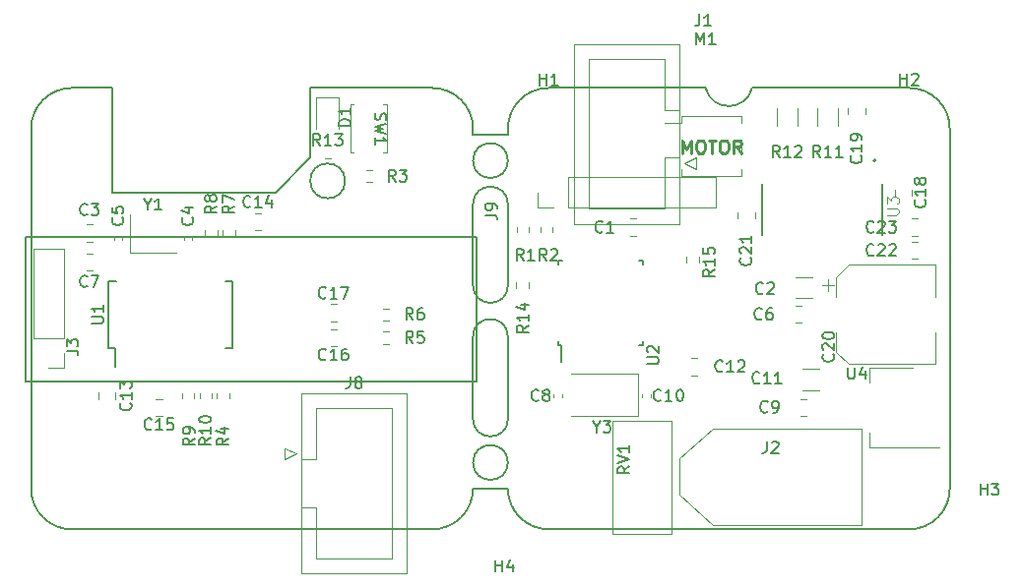
<source format=gbr>
%TF.GenerationSoftware,KiCad,Pcbnew,(5.1.8-0-10_14)*%
%TF.CreationDate,2021-02-10T22:24:42+01:00*%
%TF.ProjectId,ethersweep,65746865-7273-4776-9565-702e6b696361,rev?*%
%TF.SameCoordinates,Original*%
%TF.FileFunction,Legend,Top*%
%TF.FilePolarity,Positive*%
%FSLAX46Y46*%
G04 Gerber Fmt 4.6, Leading zero omitted, Abs format (unit mm)*
G04 Created by KiCad (PCBNEW (5.1.8-0-10_14)) date 2021-02-10 22:24:42*
%MOMM*%
%LPD*%
G01*
G04 APERTURE LIST*
%ADD10C,0.275000*%
%TA.AperFunction,Profile*%
%ADD11C,0.150000*%
%TD*%
%ADD12C,0.150000*%
%ADD13C,0.120000*%
%ADD14C,0.200000*%
%ADD15C,0.127000*%
%ADD16C,0.015000*%
G04 APERTURE END LIST*
D10*
X178511904Y-86597619D02*
X178511904Y-85497619D01*
X178878571Y-86283333D01*
X179245238Y-85497619D01*
X179245238Y-86597619D01*
X179978571Y-85497619D02*
X180188095Y-85497619D01*
X180292857Y-85550000D01*
X180397619Y-85654761D01*
X180450000Y-85864285D01*
X180450000Y-86230952D01*
X180397619Y-86440476D01*
X180292857Y-86545238D01*
X180188095Y-86597619D01*
X179978571Y-86597619D01*
X179873809Y-86545238D01*
X179769047Y-86440476D01*
X179716666Y-86230952D01*
X179716666Y-85864285D01*
X179769047Y-85654761D01*
X179873809Y-85550000D01*
X179978571Y-85497619D01*
X180764285Y-85497619D02*
X181392857Y-85497619D01*
X181078571Y-86597619D02*
X181078571Y-85497619D01*
X181969047Y-85497619D02*
X182178571Y-85497619D01*
X182283333Y-85550000D01*
X182388095Y-85654761D01*
X182440476Y-85864285D01*
X182440476Y-86230952D01*
X182388095Y-86440476D01*
X182283333Y-86545238D01*
X182178571Y-86597619D01*
X181969047Y-86597619D01*
X181864285Y-86545238D01*
X181759523Y-86440476D01*
X181707142Y-86230952D01*
X181707142Y-85864285D01*
X181759523Y-85654761D01*
X181864285Y-85550000D01*
X181969047Y-85497619D01*
X183540476Y-86597619D02*
X183173809Y-86073809D01*
X182911904Y-86597619D02*
X182911904Y-85497619D01*
X183330952Y-85497619D01*
X183435714Y-85550000D01*
X183488095Y-85602380D01*
X183540476Y-85707142D01*
X183540476Y-85864285D01*
X183488095Y-85969047D01*
X183435714Y-86021428D01*
X183330952Y-86073809D01*
X182911904Y-86073809D01*
D11*
X163500000Y-98000000D02*
G75*
G02*
X160500000Y-98000000I-1500000J0D01*
G01*
X160500000Y-91000000D02*
G75*
G02*
X163500000Y-91000000I1500000J0D01*
G01*
X163500000Y-98000000D02*
X163500000Y-91000000D01*
X160500000Y-91000000D02*
X160500000Y-98000000D01*
X160500000Y-102400000D02*
G75*
G02*
X163500000Y-102400000I1500000J0D01*
G01*
X160500000Y-102400000D02*
X160500000Y-109500000D01*
X163500000Y-109500000D02*
X163500000Y-102400000D01*
X163500000Y-109500000D02*
G75*
G02*
X160500000Y-109500000I-1500000J0D01*
G01*
X163500000Y-87250000D02*
G75*
G03*
X163500000Y-87250000I-1500000J0D01*
G01*
X163500000Y-113250000D02*
G75*
G03*
X163500000Y-113250000I-1500000J0D01*
G01*
X160500000Y-84500000D02*
X160500000Y-85000000D01*
X163500000Y-84500000D02*
X163500000Y-85000000D01*
X160500000Y-115500000D02*
X163500000Y-115500000D01*
X163500000Y-85000000D02*
X160500000Y-85000000D01*
X149500000Y-89000000D02*
G75*
G03*
X149500000Y-89000000I-1500000J0D01*
G01*
D12*
X160800000Y-93800000D02*
X160800000Y-106300000D01*
X122000000Y-93800000D02*
X160800000Y-93800000D01*
X122000000Y-106300000D02*
X122000000Y-93800000D01*
X160800000Y-106300000D02*
X122000000Y-106300000D01*
D11*
X129500000Y-90000000D02*
X129500000Y-81000000D01*
X126000000Y-81000000D02*
X129500000Y-81000000D01*
X126000000Y-81000000D02*
G75*
G03*
X122500000Y-84500000I0J-3500000D01*
G01*
X146500000Y-81000000D02*
X157000000Y-81000000D01*
X143500000Y-90000000D02*
X129500000Y-90000000D01*
X146500000Y-87000000D02*
X143500000Y-90000000D01*
X146500000Y-81000000D02*
X146500000Y-87000000D01*
X180500000Y-81000000D02*
X167000000Y-81000000D01*
X184500000Y-81000000D02*
X198000000Y-81000000D01*
X184500000Y-81000000D02*
G75*
G02*
X180500000Y-81000000I-2000000J500000D01*
G01*
X163500000Y-84500000D02*
G75*
G02*
X167000000Y-81000000I3500000J0D01*
G01*
X201500000Y-115500000D02*
G75*
G02*
X198000000Y-119000000I-3500000J0D01*
G01*
X167000000Y-119000000D02*
G75*
G02*
X163500000Y-115500000I0J3500000D01*
G01*
X167000000Y-119000000D02*
X198000000Y-119000000D01*
X198000000Y-81000000D02*
G75*
G02*
X201500000Y-84500000I0J-3500000D01*
G01*
X201500000Y-115500000D02*
X201500000Y-84500000D01*
X122500000Y-115500000D02*
X122500000Y-84500000D01*
X160500000Y-84500000D02*
G75*
G03*
X157000000Y-81000000I-3500000J0D01*
G01*
X157000000Y-119000000D02*
G75*
G03*
X160500000Y-115500000I0J3500000D01*
G01*
X122500000Y-115500000D02*
G75*
G03*
X126000000Y-119000000I3500000J0D01*
G01*
X157000000Y-119000000D02*
X126000000Y-119000000D01*
D13*
X144320000Y-113000000D02*
X145320000Y-112500000D01*
X144320000Y-112000000D02*
X144320000Y-113000000D01*
X145320000Y-112500000D02*
X144320000Y-112000000D01*
X147020000Y-117090000D02*
X145710000Y-117090000D01*
X147020000Y-117090000D02*
X147020000Y-117090000D01*
X147020000Y-121490000D02*
X147020000Y-117090000D01*
X153520000Y-121490000D02*
X147020000Y-121490000D01*
X153520000Y-108590000D02*
X153520000Y-121490000D01*
X147020000Y-108590000D02*
X153520000Y-108590000D01*
X147020000Y-112990000D02*
X147020000Y-108590000D01*
X145710000Y-112990000D02*
X147020000Y-112990000D01*
X145710000Y-122790000D02*
X145710000Y-107290000D01*
X154830000Y-122790000D02*
X145710000Y-122790000D01*
X154830000Y-107290000D02*
X154830000Y-122790000D01*
X145710000Y-107290000D02*
X154830000Y-107290000D01*
X178290000Y-92710000D02*
X169170000Y-92710000D01*
X169170000Y-92710000D02*
X169170000Y-77210000D01*
X169170000Y-77210000D02*
X178290000Y-77210000D01*
X178290000Y-77210000D02*
X178290000Y-92710000D01*
X178290000Y-87010000D02*
X176980000Y-87010000D01*
X176980000Y-87010000D02*
X176980000Y-91410000D01*
X176980000Y-91410000D02*
X170480000Y-91410000D01*
X170480000Y-91410000D02*
X170480000Y-78510000D01*
X170480000Y-78510000D02*
X176980000Y-78510000D01*
X176980000Y-78510000D02*
X176980000Y-82910000D01*
X176980000Y-82910000D02*
X176980000Y-82910000D01*
X176980000Y-82910000D02*
X178290000Y-82910000D01*
X178680000Y-87500000D02*
X179680000Y-88000000D01*
X179680000Y-88000000D02*
X179680000Y-87000000D01*
X179680000Y-87000000D02*
X178680000Y-87500000D01*
X173988748Y-93735000D02*
X174511252Y-93735000D01*
X173988748Y-92265000D02*
X174511252Y-92265000D01*
X127761252Y-94235000D02*
X127238748Y-94235000D01*
X127761252Y-92765000D02*
X127238748Y-92765000D01*
X135640000Y-94107836D02*
X135640000Y-93892164D01*
X136360000Y-94107836D02*
X136360000Y-93892164D01*
X130360000Y-94107836D02*
X130360000Y-93892164D01*
X129640000Y-94107836D02*
X129640000Y-93892164D01*
X188761252Y-101235000D02*
X188238748Y-101235000D01*
X188761252Y-99765000D02*
X188238748Y-99765000D01*
X127761252Y-95265000D02*
X127238748Y-95265000D01*
X127761252Y-96735000D02*
X127238748Y-96735000D01*
X168160000Y-107607836D02*
X168160000Y-107392164D01*
X167440000Y-107607836D02*
X167440000Y-107392164D01*
X189211252Y-107765000D02*
X188688748Y-107765000D01*
X189211252Y-109235000D02*
X188688748Y-109235000D01*
X175760000Y-107392164D02*
X175760000Y-107607836D01*
X175040000Y-107392164D02*
X175040000Y-107607836D01*
X179238748Y-104265000D02*
X179761252Y-104265000D01*
X179238748Y-105735000D02*
X179761252Y-105735000D01*
X128265000Y-107238748D02*
X128265000Y-107761252D01*
X129735000Y-107238748D02*
X129735000Y-107761252D01*
X141738748Y-93235000D02*
X142261252Y-93235000D01*
X141738748Y-91765000D02*
X142261252Y-91765000D01*
X133761252Y-109235000D02*
X133238748Y-109235000D01*
X133761252Y-107765000D02*
X133238748Y-107765000D01*
X148238748Y-103235000D02*
X148761252Y-103235000D01*
X148238748Y-101765000D02*
X148761252Y-101765000D01*
X148238748Y-99620001D02*
X148761252Y-99620001D01*
X148238748Y-101090001D02*
X148761252Y-101090001D01*
X196765000Y-90261252D02*
X196765000Y-89738748D01*
X198235000Y-90261252D02*
X198235000Y-89738748D01*
X192765000Y-83261252D02*
X192765000Y-82738748D01*
X194235000Y-83261252D02*
X194235000Y-82738748D01*
X200260000Y-104760000D02*
X200260000Y-102010000D01*
X200260000Y-96240000D02*
X200260000Y-98990000D01*
X192804437Y-96240000D02*
X200260000Y-96240000D01*
X192804437Y-104760000D02*
X200260000Y-104760000D01*
X191740000Y-103695563D02*
X191740000Y-102010000D01*
X191740000Y-97304437D02*
X191740000Y-98990000D01*
X191740000Y-97304437D02*
X192804437Y-96240000D01*
X191740000Y-103695563D02*
X192804437Y-104760000D01*
X190500000Y-97990000D02*
X191500000Y-97990000D01*
X191000000Y-97490000D02*
X191000000Y-98490000D01*
X184735000Y-92261252D02*
X184735000Y-91738748D01*
X183265000Y-92261252D02*
X183265000Y-91738748D01*
X198238748Y-95735000D02*
X198761252Y-95735000D01*
X198238748Y-94265000D02*
X198761252Y-94265000D01*
X198238748Y-92265000D02*
X198761252Y-92265000D01*
X198238748Y-93735000D02*
X198761252Y-93735000D01*
X148960000Y-84500000D02*
X148960000Y-81815000D01*
X148960000Y-81815000D02*
X147040000Y-81815000D01*
X147040000Y-81815000D02*
X147040000Y-84500000D01*
X125330000Y-94850000D02*
X122670000Y-94850000D01*
X125330000Y-102530000D02*
X125330000Y-94850000D01*
X122670000Y-102530000D02*
X122670000Y-94850000D01*
X125330000Y-102530000D02*
X122670000Y-102530000D01*
X125330000Y-103800000D02*
X125330000Y-105130000D01*
X125330000Y-105130000D02*
X124000000Y-105130000D01*
X178400000Y-83400000D02*
X183600000Y-83400000D01*
X178400000Y-88600000D02*
X183600000Y-88600000D01*
X176960000Y-83970000D02*
X178400000Y-83970000D01*
X178400000Y-83400000D02*
X178400000Y-83970000D01*
X183600000Y-83400000D02*
X183600000Y-83970000D01*
X178400000Y-88030000D02*
X178400000Y-88600000D01*
X183600000Y-88030000D02*
X183600000Y-88600000D01*
X178400000Y-85490000D02*
X178400000Y-86510000D01*
X183600000Y-85490000D02*
X183600000Y-86510000D01*
X139522500Y-107737258D02*
X139522500Y-107262742D01*
X138477500Y-107737258D02*
X138477500Y-107262742D01*
X153237258Y-101977500D02*
X152762742Y-101977500D01*
X153237258Y-103022500D02*
X152762742Y-103022500D01*
X153237258Y-101022500D02*
X152762742Y-101022500D01*
X153237258Y-99977500D02*
X152762742Y-99977500D01*
X138977500Y-93262742D02*
X138977500Y-93737258D01*
X140022500Y-93262742D02*
X140022500Y-93737258D01*
X138522500Y-93262742D02*
X138522500Y-93737258D01*
X137477500Y-93262742D02*
X137477500Y-93737258D01*
X136522500Y-107737258D02*
X136522500Y-107262742D01*
X135477500Y-107737258D02*
X135477500Y-107262742D01*
X136977500Y-107737258D02*
X136977500Y-107262742D01*
X138022500Y-107737258D02*
X138022500Y-107262742D01*
X191910000Y-84227064D02*
X191910000Y-82772936D01*
X190090000Y-84227064D02*
X190090000Y-82772936D01*
X186590000Y-84227064D02*
X186590000Y-82772936D01*
X188410000Y-84227064D02*
X188410000Y-82772936D01*
X148237258Y-87022500D02*
X147762742Y-87022500D01*
X148237258Y-85977500D02*
X147762742Y-85977500D01*
X172470000Y-119425000D02*
X172470000Y-109655000D01*
X177540000Y-119425000D02*
X177540000Y-109655000D01*
X172470000Y-119425000D02*
X177540000Y-119425000D01*
X172470000Y-109655000D02*
X177540000Y-109655000D01*
X149930000Y-86570000D02*
X149930000Y-82430000D01*
X152770000Y-82430000D02*
X153070000Y-82430000D01*
X153070000Y-82430000D02*
X153070000Y-86570000D01*
X150230000Y-86570000D02*
X149930000Y-86570000D01*
X153070000Y-86570000D02*
X152770000Y-86570000D01*
X149930000Y-82430000D02*
X150230000Y-82430000D01*
D12*
X129175000Y-103375000D02*
X129750000Y-103375000D01*
X129175000Y-97625000D02*
X129825000Y-97625000D01*
X139825000Y-97625000D02*
X139175000Y-97625000D01*
X139825000Y-103375000D02*
X139175000Y-103375000D01*
X129175000Y-103375000D02*
X129175000Y-97625000D01*
X139825000Y-103375000D02*
X139825000Y-97625000D01*
X129750000Y-103375000D02*
X129750000Y-104975000D01*
X167875000Y-103125000D02*
X168100000Y-103125000D01*
X167875000Y-95875000D02*
X168200000Y-95875000D01*
X175125000Y-95875000D02*
X174800000Y-95875000D01*
X175125000Y-103125000D02*
X174800000Y-103125000D01*
X167875000Y-103125000D02*
X167875000Y-102800000D01*
X175125000Y-103125000D02*
X175125000Y-102800000D01*
X175125000Y-95875000D02*
X175125000Y-96200000D01*
X167875000Y-95875000D02*
X167875000Y-96200000D01*
X168100000Y-103125000D02*
X168100000Y-104550000D01*
D14*
X195135000Y-87260000D02*
G75*
G03*
X195135000Y-87260000I-100000J0D01*
G01*
D15*
X195670000Y-89300000D02*
X195670000Y-93700000D01*
X185330000Y-89300000D02*
X185330000Y-93700000D01*
D13*
X194590000Y-105090000D02*
X194590000Y-106350000D01*
X194590000Y-111910000D02*
X194590000Y-110650000D01*
X198350000Y-105090000D02*
X194590000Y-105090000D01*
X200600000Y-111910000D02*
X194590000Y-111910000D01*
X131000000Y-91850000D02*
X131000000Y-95150000D01*
X131000000Y-95150000D02*
X135000000Y-95150000D01*
X178250000Y-116050000D02*
X181100000Y-118650000D01*
X181100000Y-110350000D02*
X178250000Y-112900000D01*
X193950000Y-118650000D02*
X193950000Y-110350000D01*
X181100000Y-118650000D02*
X193950000Y-118650000D01*
X178250000Y-112900000D02*
X178250000Y-116050000D01*
X193950000Y-110350000D02*
X181100000Y-110350000D01*
X164227500Y-97762742D02*
X164227500Y-98237258D01*
X165272500Y-97762742D02*
X165272500Y-98237258D01*
X179922500Y-95562742D02*
X179922500Y-96037258D01*
X178877500Y-95562742D02*
X178877500Y-96037258D01*
X166050000Y-91330000D02*
X166050000Y-90000000D01*
X167380000Y-91330000D02*
X166050000Y-91330000D01*
X168650000Y-91330000D02*
X168650000Y-88670000D01*
X168650000Y-88670000D02*
X181410000Y-88670000D01*
X168650000Y-91330000D02*
X181410000Y-91330000D01*
X181410000Y-91330000D02*
X181410000Y-88670000D01*
X164277500Y-93437258D02*
X164277500Y-92962742D01*
X165322500Y-93437258D02*
X165322500Y-92962742D01*
X167322500Y-93437258D02*
X167322500Y-92962742D01*
X166277500Y-93437258D02*
X166277500Y-92962742D01*
X151337742Y-89122500D02*
X151812258Y-89122500D01*
X151337742Y-88077500D02*
X151812258Y-88077500D01*
X174650000Y-105600000D02*
X168900000Y-105600000D01*
X174650000Y-109200000D02*
X174650000Y-105600000D01*
X168900000Y-109200000D02*
X174650000Y-109200000D01*
X189686252Y-99110000D02*
X188263748Y-99110000D01*
X189686252Y-97290000D02*
X188263748Y-97290000D01*
X190286252Y-105190000D02*
X188863748Y-105190000D01*
X190286252Y-107010000D02*
X188863748Y-107010000D01*
D12*
X149936666Y-105852380D02*
X149936666Y-106566666D01*
X149889047Y-106709523D01*
X149793809Y-106804761D01*
X149650952Y-106852380D01*
X149555714Y-106852380D01*
X150555714Y-106280952D02*
X150460476Y-106233333D01*
X150412857Y-106185714D01*
X150365238Y-106090476D01*
X150365238Y-106042857D01*
X150412857Y-105947619D01*
X150460476Y-105900000D01*
X150555714Y-105852380D01*
X150746190Y-105852380D01*
X150841428Y-105900000D01*
X150889047Y-105947619D01*
X150936666Y-106042857D01*
X150936666Y-106090476D01*
X150889047Y-106185714D01*
X150841428Y-106233333D01*
X150746190Y-106280952D01*
X150555714Y-106280952D01*
X150460476Y-106328571D01*
X150412857Y-106376190D01*
X150365238Y-106471428D01*
X150365238Y-106661904D01*
X150412857Y-106757142D01*
X150460476Y-106804761D01*
X150555714Y-106852380D01*
X150746190Y-106852380D01*
X150841428Y-106804761D01*
X150889047Y-106757142D01*
X150936666Y-106661904D01*
X150936666Y-106471428D01*
X150889047Y-106376190D01*
X150841428Y-106328571D01*
X150746190Y-106280952D01*
X179966666Y-74652380D02*
X179966666Y-75366666D01*
X179919047Y-75509523D01*
X179823809Y-75604761D01*
X179680952Y-75652380D01*
X179585714Y-75652380D01*
X180966666Y-75652380D02*
X180395238Y-75652380D01*
X180680952Y-75652380D02*
X180680952Y-74652380D01*
X180585714Y-74795238D01*
X180490476Y-74890476D01*
X180395238Y-74938095D01*
X162438095Y-122652380D02*
X162438095Y-121652380D01*
X162438095Y-122128571D02*
X163009523Y-122128571D01*
X163009523Y-122652380D02*
X163009523Y-121652380D01*
X163914285Y-121985714D02*
X163914285Y-122652380D01*
X163676190Y-121604761D02*
X163438095Y-122319047D01*
X164057142Y-122319047D01*
X204138095Y-116052380D02*
X204138095Y-115052380D01*
X204138095Y-115528571D02*
X204709523Y-115528571D01*
X204709523Y-116052380D02*
X204709523Y-115052380D01*
X205090476Y-115052380D02*
X205709523Y-115052380D01*
X205376190Y-115433333D01*
X205519047Y-115433333D01*
X205614285Y-115480952D01*
X205661904Y-115528571D01*
X205709523Y-115623809D01*
X205709523Y-115861904D01*
X205661904Y-115957142D01*
X205614285Y-116004761D01*
X205519047Y-116052380D01*
X205233333Y-116052380D01*
X205138095Y-116004761D01*
X205090476Y-115957142D01*
X197238095Y-80752380D02*
X197238095Y-79752380D01*
X197238095Y-80228571D02*
X197809523Y-80228571D01*
X197809523Y-80752380D02*
X197809523Y-79752380D01*
X198238095Y-79847619D02*
X198285714Y-79800000D01*
X198380952Y-79752380D01*
X198619047Y-79752380D01*
X198714285Y-79800000D01*
X198761904Y-79847619D01*
X198809523Y-79942857D01*
X198809523Y-80038095D01*
X198761904Y-80180952D01*
X198190476Y-80752380D01*
X198809523Y-80752380D01*
X166238095Y-80752380D02*
X166238095Y-79752380D01*
X166238095Y-80228571D02*
X166809523Y-80228571D01*
X166809523Y-80752380D02*
X166809523Y-79752380D01*
X167809523Y-80752380D02*
X167238095Y-80752380D01*
X167523809Y-80752380D02*
X167523809Y-79752380D01*
X167428571Y-79895238D01*
X167333333Y-79990476D01*
X167238095Y-80038095D01*
X171633333Y-93357142D02*
X171585714Y-93404761D01*
X171442857Y-93452380D01*
X171347619Y-93452380D01*
X171204761Y-93404761D01*
X171109523Y-93309523D01*
X171061904Y-93214285D01*
X171014285Y-93023809D01*
X171014285Y-92880952D01*
X171061904Y-92690476D01*
X171109523Y-92595238D01*
X171204761Y-92500000D01*
X171347619Y-92452380D01*
X171442857Y-92452380D01*
X171585714Y-92500000D01*
X171633333Y-92547619D01*
X172585714Y-93452380D02*
X172014285Y-93452380D01*
X172300000Y-93452380D02*
X172300000Y-92452380D01*
X172204761Y-92595238D01*
X172109523Y-92690476D01*
X172014285Y-92738095D01*
X127333333Y-91857142D02*
X127285714Y-91904761D01*
X127142857Y-91952380D01*
X127047619Y-91952380D01*
X126904761Y-91904761D01*
X126809523Y-91809523D01*
X126761904Y-91714285D01*
X126714285Y-91523809D01*
X126714285Y-91380952D01*
X126761904Y-91190476D01*
X126809523Y-91095238D01*
X126904761Y-91000000D01*
X127047619Y-90952380D01*
X127142857Y-90952380D01*
X127285714Y-91000000D01*
X127333333Y-91047619D01*
X127666666Y-90952380D02*
X128285714Y-90952380D01*
X127952380Y-91333333D01*
X128095238Y-91333333D01*
X128190476Y-91380952D01*
X128238095Y-91428571D01*
X128285714Y-91523809D01*
X128285714Y-91761904D01*
X128238095Y-91857142D01*
X128190476Y-91904761D01*
X128095238Y-91952380D01*
X127809523Y-91952380D01*
X127714285Y-91904761D01*
X127666666Y-91857142D01*
X136357142Y-92166666D02*
X136404761Y-92214285D01*
X136452380Y-92357142D01*
X136452380Y-92452380D01*
X136404761Y-92595238D01*
X136309523Y-92690476D01*
X136214285Y-92738095D01*
X136023809Y-92785714D01*
X135880952Y-92785714D01*
X135690476Y-92738095D01*
X135595238Y-92690476D01*
X135500000Y-92595238D01*
X135452380Y-92452380D01*
X135452380Y-92357142D01*
X135500000Y-92214285D01*
X135547619Y-92166666D01*
X135785714Y-91309523D02*
X136452380Y-91309523D01*
X135404761Y-91547619D02*
X136119047Y-91785714D01*
X136119047Y-91166666D01*
X130357142Y-92166666D02*
X130404761Y-92214285D01*
X130452380Y-92357142D01*
X130452380Y-92452380D01*
X130404761Y-92595238D01*
X130309523Y-92690476D01*
X130214285Y-92738095D01*
X130023809Y-92785714D01*
X129880952Y-92785714D01*
X129690476Y-92738095D01*
X129595238Y-92690476D01*
X129500000Y-92595238D01*
X129452380Y-92452380D01*
X129452380Y-92357142D01*
X129500000Y-92214285D01*
X129547619Y-92166666D01*
X129452380Y-91261904D02*
X129452380Y-91738095D01*
X129928571Y-91785714D01*
X129880952Y-91738095D01*
X129833333Y-91642857D01*
X129833333Y-91404761D01*
X129880952Y-91309523D01*
X129928571Y-91261904D01*
X130023809Y-91214285D01*
X130261904Y-91214285D01*
X130357142Y-91261904D01*
X130404761Y-91309523D01*
X130452380Y-91404761D01*
X130452380Y-91642857D01*
X130404761Y-91738095D01*
X130357142Y-91785714D01*
X185333333Y-100857142D02*
X185285714Y-100904761D01*
X185142857Y-100952380D01*
X185047619Y-100952380D01*
X184904761Y-100904761D01*
X184809523Y-100809523D01*
X184761904Y-100714285D01*
X184714285Y-100523809D01*
X184714285Y-100380952D01*
X184761904Y-100190476D01*
X184809523Y-100095238D01*
X184904761Y-100000000D01*
X185047619Y-99952380D01*
X185142857Y-99952380D01*
X185285714Y-100000000D01*
X185333333Y-100047619D01*
X186190476Y-99952380D02*
X186000000Y-99952380D01*
X185904761Y-100000000D01*
X185857142Y-100047619D01*
X185761904Y-100190476D01*
X185714285Y-100380952D01*
X185714285Y-100761904D01*
X185761904Y-100857142D01*
X185809523Y-100904761D01*
X185904761Y-100952380D01*
X186095238Y-100952380D01*
X186190476Y-100904761D01*
X186238095Y-100857142D01*
X186285714Y-100761904D01*
X186285714Y-100523809D01*
X186238095Y-100428571D01*
X186190476Y-100380952D01*
X186095238Y-100333333D01*
X185904761Y-100333333D01*
X185809523Y-100380952D01*
X185761904Y-100428571D01*
X185714285Y-100523809D01*
X127333333Y-98037142D02*
X127285714Y-98084761D01*
X127142857Y-98132380D01*
X127047619Y-98132380D01*
X126904761Y-98084761D01*
X126809523Y-97989523D01*
X126761904Y-97894285D01*
X126714285Y-97703809D01*
X126714285Y-97560952D01*
X126761904Y-97370476D01*
X126809523Y-97275238D01*
X126904761Y-97180000D01*
X127047619Y-97132380D01*
X127142857Y-97132380D01*
X127285714Y-97180000D01*
X127333333Y-97227619D01*
X127666666Y-97132380D02*
X128333333Y-97132380D01*
X127904761Y-98132380D01*
X166133333Y-107857142D02*
X166085714Y-107904761D01*
X165942857Y-107952380D01*
X165847619Y-107952380D01*
X165704761Y-107904761D01*
X165609523Y-107809523D01*
X165561904Y-107714285D01*
X165514285Y-107523809D01*
X165514285Y-107380952D01*
X165561904Y-107190476D01*
X165609523Y-107095238D01*
X165704761Y-107000000D01*
X165847619Y-106952380D01*
X165942857Y-106952380D01*
X166085714Y-107000000D01*
X166133333Y-107047619D01*
X166704761Y-107380952D02*
X166609523Y-107333333D01*
X166561904Y-107285714D01*
X166514285Y-107190476D01*
X166514285Y-107142857D01*
X166561904Y-107047619D01*
X166609523Y-107000000D01*
X166704761Y-106952380D01*
X166895238Y-106952380D01*
X166990476Y-107000000D01*
X167038095Y-107047619D01*
X167085714Y-107142857D01*
X167085714Y-107190476D01*
X167038095Y-107285714D01*
X166990476Y-107333333D01*
X166895238Y-107380952D01*
X166704761Y-107380952D01*
X166609523Y-107428571D01*
X166561904Y-107476190D01*
X166514285Y-107571428D01*
X166514285Y-107761904D01*
X166561904Y-107857142D01*
X166609523Y-107904761D01*
X166704761Y-107952380D01*
X166895238Y-107952380D01*
X166990476Y-107904761D01*
X167038095Y-107857142D01*
X167085714Y-107761904D01*
X167085714Y-107571428D01*
X167038095Y-107476190D01*
X166990476Y-107428571D01*
X166895238Y-107380952D01*
X185833333Y-108857142D02*
X185785714Y-108904761D01*
X185642857Y-108952380D01*
X185547619Y-108952380D01*
X185404761Y-108904761D01*
X185309523Y-108809523D01*
X185261904Y-108714285D01*
X185214285Y-108523809D01*
X185214285Y-108380952D01*
X185261904Y-108190476D01*
X185309523Y-108095238D01*
X185404761Y-108000000D01*
X185547619Y-107952380D01*
X185642857Y-107952380D01*
X185785714Y-108000000D01*
X185833333Y-108047619D01*
X186309523Y-108952380D02*
X186500000Y-108952380D01*
X186595238Y-108904761D01*
X186642857Y-108857142D01*
X186738095Y-108714285D01*
X186785714Y-108523809D01*
X186785714Y-108142857D01*
X186738095Y-108047619D01*
X186690476Y-108000000D01*
X186595238Y-107952380D01*
X186404761Y-107952380D01*
X186309523Y-108000000D01*
X186261904Y-108047619D01*
X186214285Y-108142857D01*
X186214285Y-108380952D01*
X186261904Y-108476190D01*
X186309523Y-108523809D01*
X186404761Y-108571428D01*
X186595238Y-108571428D01*
X186690476Y-108523809D01*
X186738095Y-108476190D01*
X186785714Y-108380952D01*
X176657142Y-107857142D02*
X176609523Y-107904761D01*
X176466666Y-107952380D01*
X176371428Y-107952380D01*
X176228571Y-107904761D01*
X176133333Y-107809523D01*
X176085714Y-107714285D01*
X176038095Y-107523809D01*
X176038095Y-107380952D01*
X176085714Y-107190476D01*
X176133333Y-107095238D01*
X176228571Y-107000000D01*
X176371428Y-106952380D01*
X176466666Y-106952380D01*
X176609523Y-107000000D01*
X176657142Y-107047619D01*
X177609523Y-107952380D02*
X177038095Y-107952380D01*
X177323809Y-107952380D02*
X177323809Y-106952380D01*
X177228571Y-107095238D01*
X177133333Y-107190476D01*
X177038095Y-107238095D01*
X178228571Y-106952380D02*
X178323809Y-106952380D01*
X178419047Y-107000000D01*
X178466666Y-107047619D01*
X178514285Y-107142857D01*
X178561904Y-107333333D01*
X178561904Y-107571428D01*
X178514285Y-107761904D01*
X178466666Y-107857142D01*
X178419047Y-107904761D01*
X178323809Y-107952380D01*
X178228571Y-107952380D01*
X178133333Y-107904761D01*
X178085714Y-107857142D01*
X178038095Y-107761904D01*
X177990476Y-107571428D01*
X177990476Y-107333333D01*
X178038095Y-107142857D01*
X178085714Y-107047619D01*
X178133333Y-107000000D01*
X178228571Y-106952380D01*
X181957142Y-105357142D02*
X181909523Y-105404761D01*
X181766666Y-105452380D01*
X181671428Y-105452380D01*
X181528571Y-105404761D01*
X181433333Y-105309523D01*
X181385714Y-105214285D01*
X181338095Y-105023809D01*
X181338095Y-104880952D01*
X181385714Y-104690476D01*
X181433333Y-104595238D01*
X181528571Y-104500000D01*
X181671428Y-104452380D01*
X181766666Y-104452380D01*
X181909523Y-104500000D01*
X181957142Y-104547619D01*
X182909523Y-105452380D02*
X182338095Y-105452380D01*
X182623809Y-105452380D02*
X182623809Y-104452380D01*
X182528571Y-104595238D01*
X182433333Y-104690476D01*
X182338095Y-104738095D01*
X183290476Y-104547619D02*
X183338095Y-104500000D01*
X183433333Y-104452380D01*
X183671428Y-104452380D01*
X183766666Y-104500000D01*
X183814285Y-104547619D01*
X183861904Y-104642857D01*
X183861904Y-104738095D01*
X183814285Y-104880952D01*
X183242857Y-105452380D01*
X183861904Y-105452380D01*
X131037142Y-108142857D02*
X131084761Y-108190476D01*
X131132380Y-108333333D01*
X131132380Y-108428571D01*
X131084761Y-108571428D01*
X130989523Y-108666666D01*
X130894285Y-108714285D01*
X130703809Y-108761904D01*
X130560952Y-108761904D01*
X130370476Y-108714285D01*
X130275238Y-108666666D01*
X130180000Y-108571428D01*
X130132380Y-108428571D01*
X130132380Y-108333333D01*
X130180000Y-108190476D01*
X130227619Y-108142857D01*
X131132380Y-107190476D02*
X131132380Y-107761904D01*
X131132380Y-107476190D02*
X130132380Y-107476190D01*
X130275238Y-107571428D01*
X130370476Y-107666666D01*
X130418095Y-107761904D01*
X130132380Y-106857142D02*
X130132380Y-106238095D01*
X130513333Y-106571428D01*
X130513333Y-106428571D01*
X130560952Y-106333333D01*
X130608571Y-106285714D01*
X130703809Y-106238095D01*
X130941904Y-106238095D01*
X131037142Y-106285714D01*
X131084761Y-106333333D01*
X131132380Y-106428571D01*
X131132380Y-106714285D01*
X131084761Y-106809523D01*
X131037142Y-106857142D01*
X141357142Y-91177142D02*
X141309523Y-91224761D01*
X141166666Y-91272380D01*
X141071428Y-91272380D01*
X140928571Y-91224761D01*
X140833333Y-91129523D01*
X140785714Y-91034285D01*
X140738095Y-90843809D01*
X140738095Y-90700952D01*
X140785714Y-90510476D01*
X140833333Y-90415238D01*
X140928571Y-90320000D01*
X141071428Y-90272380D01*
X141166666Y-90272380D01*
X141309523Y-90320000D01*
X141357142Y-90367619D01*
X142309523Y-91272380D02*
X141738095Y-91272380D01*
X142023809Y-91272380D02*
X142023809Y-90272380D01*
X141928571Y-90415238D01*
X141833333Y-90510476D01*
X141738095Y-90558095D01*
X143166666Y-90605714D02*
X143166666Y-91272380D01*
X142928571Y-90224761D02*
X142690476Y-90939047D01*
X143309523Y-90939047D01*
X132857142Y-110357142D02*
X132809523Y-110404761D01*
X132666666Y-110452380D01*
X132571428Y-110452380D01*
X132428571Y-110404761D01*
X132333333Y-110309523D01*
X132285714Y-110214285D01*
X132238095Y-110023809D01*
X132238095Y-109880952D01*
X132285714Y-109690476D01*
X132333333Y-109595238D01*
X132428571Y-109500000D01*
X132571428Y-109452380D01*
X132666666Y-109452380D01*
X132809523Y-109500000D01*
X132857142Y-109547619D01*
X133809523Y-110452380D02*
X133238095Y-110452380D01*
X133523809Y-110452380D02*
X133523809Y-109452380D01*
X133428571Y-109595238D01*
X133333333Y-109690476D01*
X133238095Y-109738095D01*
X134714285Y-109452380D02*
X134238095Y-109452380D01*
X134190476Y-109928571D01*
X134238095Y-109880952D01*
X134333333Y-109833333D01*
X134571428Y-109833333D01*
X134666666Y-109880952D01*
X134714285Y-109928571D01*
X134761904Y-110023809D01*
X134761904Y-110261904D01*
X134714285Y-110357142D01*
X134666666Y-110404761D01*
X134571428Y-110452380D01*
X134333333Y-110452380D01*
X134238095Y-110404761D01*
X134190476Y-110357142D01*
X147857142Y-104357142D02*
X147809523Y-104404761D01*
X147666666Y-104452380D01*
X147571428Y-104452380D01*
X147428571Y-104404761D01*
X147333333Y-104309523D01*
X147285714Y-104214285D01*
X147238095Y-104023809D01*
X147238095Y-103880952D01*
X147285714Y-103690476D01*
X147333333Y-103595238D01*
X147428571Y-103500000D01*
X147571428Y-103452380D01*
X147666666Y-103452380D01*
X147809523Y-103500000D01*
X147857142Y-103547619D01*
X148809523Y-104452380D02*
X148238095Y-104452380D01*
X148523809Y-104452380D02*
X148523809Y-103452380D01*
X148428571Y-103595238D01*
X148333333Y-103690476D01*
X148238095Y-103738095D01*
X149666666Y-103452380D02*
X149476190Y-103452380D01*
X149380952Y-103500000D01*
X149333333Y-103547619D01*
X149238095Y-103690476D01*
X149190476Y-103880952D01*
X149190476Y-104261904D01*
X149238095Y-104357142D01*
X149285714Y-104404761D01*
X149380952Y-104452380D01*
X149571428Y-104452380D01*
X149666666Y-104404761D01*
X149714285Y-104357142D01*
X149761904Y-104261904D01*
X149761904Y-104023809D01*
X149714285Y-103928571D01*
X149666666Y-103880952D01*
X149571428Y-103833333D01*
X149380952Y-103833333D01*
X149285714Y-103880952D01*
X149238095Y-103928571D01*
X149190476Y-104023809D01*
X147857142Y-99032143D02*
X147809523Y-99079762D01*
X147666666Y-99127381D01*
X147571428Y-99127381D01*
X147428571Y-99079762D01*
X147333333Y-98984524D01*
X147285714Y-98889286D01*
X147238095Y-98698810D01*
X147238095Y-98555953D01*
X147285714Y-98365477D01*
X147333333Y-98270239D01*
X147428571Y-98175001D01*
X147571428Y-98127381D01*
X147666666Y-98127381D01*
X147809523Y-98175001D01*
X147857142Y-98222620D01*
X148809523Y-99127381D02*
X148238095Y-99127381D01*
X148523809Y-99127381D02*
X148523809Y-98127381D01*
X148428571Y-98270239D01*
X148333333Y-98365477D01*
X148238095Y-98413096D01*
X149142857Y-98127381D02*
X149809523Y-98127381D01*
X149380952Y-99127381D01*
X199357142Y-90642857D02*
X199404761Y-90690476D01*
X199452380Y-90833333D01*
X199452380Y-90928571D01*
X199404761Y-91071428D01*
X199309523Y-91166666D01*
X199214285Y-91214285D01*
X199023809Y-91261904D01*
X198880952Y-91261904D01*
X198690476Y-91214285D01*
X198595238Y-91166666D01*
X198500000Y-91071428D01*
X198452380Y-90928571D01*
X198452380Y-90833333D01*
X198500000Y-90690476D01*
X198547619Y-90642857D01*
X199452380Y-89690476D02*
X199452380Y-90261904D01*
X199452380Y-89976190D02*
X198452380Y-89976190D01*
X198595238Y-90071428D01*
X198690476Y-90166666D01*
X198738095Y-90261904D01*
X198880952Y-89119047D02*
X198833333Y-89214285D01*
X198785714Y-89261904D01*
X198690476Y-89309523D01*
X198642857Y-89309523D01*
X198547619Y-89261904D01*
X198500000Y-89214285D01*
X198452380Y-89119047D01*
X198452380Y-88928571D01*
X198500000Y-88833333D01*
X198547619Y-88785714D01*
X198642857Y-88738095D01*
X198690476Y-88738095D01*
X198785714Y-88785714D01*
X198833333Y-88833333D01*
X198880952Y-88928571D01*
X198880952Y-89119047D01*
X198928571Y-89214285D01*
X198976190Y-89261904D01*
X199071428Y-89309523D01*
X199261904Y-89309523D01*
X199357142Y-89261904D01*
X199404761Y-89214285D01*
X199452380Y-89119047D01*
X199452380Y-88928571D01*
X199404761Y-88833333D01*
X199357142Y-88785714D01*
X199261904Y-88738095D01*
X199071428Y-88738095D01*
X198976190Y-88785714D01*
X198928571Y-88833333D01*
X198880952Y-88928571D01*
X193857142Y-86842857D02*
X193904761Y-86890476D01*
X193952380Y-87033333D01*
X193952380Y-87128571D01*
X193904761Y-87271428D01*
X193809523Y-87366666D01*
X193714285Y-87414285D01*
X193523809Y-87461904D01*
X193380952Y-87461904D01*
X193190476Y-87414285D01*
X193095238Y-87366666D01*
X193000000Y-87271428D01*
X192952380Y-87128571D01*
X192952380Y-87033333D01*
X193000000Y-86890476D01*
X193047619Y-86842857D01*
X193952380Y-85890476D02*
X193952380Y-86461904D01*
X193952380Y-86176190D02*
X192952380Y-86176190D01*
X193095238Y-86271428D01*
X193190476Y-86366666D01*
X193238095Y-86461904D01*
X193952380Y-85414285D02*
X193952380Y-85223809D01*
X193904761Y-85128571D01*
X193857142Y-85080952D01*
X193714285Y-84985714D01*
X193523809Y-84938095D01*
X193142857Y-84938095D01*
X193047619Y-84985714D01*
X193000000Y-85033333D01*
X192952380Y-85128571D01*
X192952380Y-85319047D01*
X193000000Y-85414285D01*
X193047619Y-85461904D01*
X193142857Y-85509523D01*
X193380952Y-85509523D01*
X193476190Y-85461904D01*
X193523809Y-85414285D01*
X193571428Y-85319047D01*
X193571428Y-85128571D01*
X193523809Y-85033333D01*
X193476190Y-84985714D01*
X193380952Y-84938095D01*
X191457142Y-103942857D02*
X191504761Y-103990476D01*
X191552380Y-104133333D01*
X191552380Y-104228571D01*
X191504761Y-104371428D01*
X191409523Y-104466666D01*
X191314285Y-104514285D01*
X191123809Y-104561904D01*
X190980952Y-104561904D01*
X190790476Y-104514285D01*
X190695238Y-104466666D01*
X190600000Y-104371428D01*
X190552380Y-104228571D01*
X190552380Y-104133333D01*
X190600000Y-103990476D01*
X190647619Y-103942857D01*
X190647619Y-103561904D02*
X190600000Y-103514285D01*
X190552380Y-103419047D01*
X190552380Y-103180952D01*
X190600000Y-103085714D01*
X190647619Y-103038095D01*
X190742857Y-102990476D01*
X190838095Y-102990476D01*
X190980952Y-103038095D01*
X191552380Y-103609523D01*
X191552380Y-102990476D01*
X190552380Y-102371428D02*
X190552380Y-102276190D01*
X190600000Y-102180952D01*
X190647619Y-102133333D01*
X190742857Y-102085714D01*
X190933333Y-102038095D01*
X191171428Y-102038095D01*
X191361904Y-102085714D01*
X191457142Y-102133333D01*
X191504761Y-102180952D01*
X191552380Y-102276190D01*
X191552380Y-102371428D01*
X191504761Y-102466666D01*
X191457142Y-102514285D01*
X191361904Y-102561904D01*
X191171428Y-102609523D01*
X190933333Y-102609523D01*
X190742857Y-102561904D01*
X190647619Y-102514285D01*
X190600000Y-102466666D01*
X190552380Y-102371428D01*
X184357142Y-95642857D02*
X184404761Y-95690476D01*
X184452380Y-95833333D01*
X184452380Y-95928571D01*
X184404761Y-96071428D01*
X184309523Y-96166666D01*
X184214285Y-96214285D01*
X184023809Y-96261904D01*
X183880952Y-96261904D01*
X183690476Y-96214285D01*
X183595238Y-96166666D01*
X183500000Y-96071428D01*
X183452380Y-95928571D01*
X183452380Y-95833333D01*
X183500000Y-95690476D01*
X183547619Y-95642857D01*
X183547619Y-95261904D02*
X183500000Y-95214285D01*
X183452380Y-95119047D01*
X183452380Y-94880952D01*
X183500000Y-94785714D01*
X183547619Y-94738095D01*
X183642857Y-94690476D01*
X183738095Y-94690476D01*
X183880952Y-94738095D01*
X184452380Y-95309523D01*
X184452380Y-94690476D01*
X184452380Y-93738095D02*
X184452380Y-94309523D01*
X184452380Y-94023809D02*
X183452380Y-94023809D01*
X183595238Y-94119047D01*
X183690476Y-94214285D01*
X183738095Y-94309523D01*
X194957142Y-95357142D02*
X194909523Y-95404761D01*
X194766666Y-95452380D01*
X194671428Y-95452380D01*
X194528571Y-95404761D01*
X194433333Y-95309523D01*
X194385714Y-95214285D01*
X194338095Y-95023809D01*
X194338095Y-94880952D01*
X194385714Y-94690476D01*
X194433333Y-94595238D01*
X194528571Y-94500000D01*
X194671428Y-94452380D01*
X194766666Y-94452380D01*
X194909523Y-94500000D01*
X194957142Y-94547619D01*
X195338095Y-94547619D02*
X195385714Y-94500000D01*
X195480952Y-94452380D01*
X195719047Y-94452380D01*
X195814285Y-94500000D01*
X195861904Y-94547619D01*
X195909523Y-94642857D01*
X195909523Y-94738095D01*
X195861904Y-94880952D01*
X195290476Y-95452380D01*
X195909523Y-95452380D01*
X196290476Y-94547619D02*
X196338095Y-94500000D01*
X196433333Y-94452380D01*
X196671428Y-94452380D01*
X196766666Y-94500000D01*
X196814285Y-94547619D01*
X196861904Y-94642857D01*
X196861904Y-94738095D01*
X196814285Y-94880952D01*
X196242857Y-95452380D01*
X196861904Y-95452380D01*
X194957142Y-93357142D02*
X194909523Y-93404761D01*
X194766666Y-93452380D01*
X194671428Y-93452380D01*
X194528571Y-93404761D01*
X194433333Y-93309523D01*
X194385714Y-93214285D01*
X194338095Y-93023809D01*
X194338095Y-92880952D01*
X194385714Y-92690476D01*
X194433333Y-92595238D01*
X194528571Y-92500000D01*
X194671428Y-92452380D01*
X194766666Y-92452380D01*
X194909523Y-92500000D01*
X194957142Y-92547619D01*
X195338095Y-92547619D02*
X195385714Y-92500000D01*
X195480952Y-92452380D01*
X195719047Y-92452380D01*
X195814285Y-92500000D01*
X195861904Y-92547619D01*
X195909523Y-92642857D01*
X195909523Y-92738095D01*
X195861904Y-92880952D01*
X195290476Y-93452380D01*
X195909523Y-93452380D01*
X196242857Y-92452380D02*
X196861904Y-92452380D01*
X196528571Y-92833333D01*
X196671428Y-92833333D01*
X196766666Y-92880952D01*
X196814285Y-92928571D01*
X196861904Y-93023809D01*
X196861904Y-93261904D01*
X196814285Y-93357142D01*
X196766666Y-93404761D01*
X196671428Y-93452380D01*
X196385714Y-93452380D01*
X196290476Y-93404761D01*
X196242857Y-93357142D01*
X149952380Y-84238095D02*
X148952380Y-84238095D01*
X148952380Y-84000000D01*
X149000000Y-83857142D01*
X149095238Y-83761904D01*
X149190476Y-83714285D01*
X149380952Y-83666666D01*
X149523809Y-83666666D01*
X149714285Y-83714285D01*
X149809523Y-83761904D01*
X149904761Y-83857142D01*
X149952380Y-84000000D01*
X149952380Y-84238095D01*
X149952380Y-82714285D02*
X149952380Y-83285714D01*
X149952380Y-83000000D02*
X148952380Y-83000000D01*
X149095238Y-83095238D01*
X149190476Y-83190476D01*
X149238095Y-83285714D01*
X125552380Y-103633333D02*
X126266666Y-103633333D01*
X126409523Y-103680952D01*
X126504761Y-103776190D01*
X126552380Y-103919047D01*
X126552380Y-104014285D01*
X125552380Y-103252380D02*
X125552380Y-102633333D01*
X125933333Y-102966666D01*
X125933333Y-102823809D01*
X125980952Y-102728571D01*
X126028571Y-102680952D01*
X126123809Y-102633333D01*
X126361904Y-102633333D01*
X126457142Y-102680952D01*
X126504761Y-102728571D01*
X126552380Y-102823809D01*
X126552380Y-103109523D01*
X126504761Y-103204761D01*
X126457142Y-103252380D01*
X179690476Y-77252380D02*
X179690476Y-76252380D01*
X180023809Y-76966666D01*
X180357142Y-76252380D01*
X180357142Y-77252380D01*
X181357142Y-77252380D02*
X180785714Y-77252380D01*
X181071428Y-77252380D02*
X181071428Y-76252380D01*
X180976190Y-76395238D01*
X180880952Y-76490476D01*
X180785714Y-76538095D01*
X139452380Y-111166666D02*
X138976190Y-111500000D01*
X139452380Y-111738095D02*
X138452380Y-111738095D01*
X138452380Y-111357142D01*
X138500000Y-111261904D01*
X138547619Y-111214285D01*
X138642857Y-111166666D01*
X138785714Y-111166666D01*
X138880952Y-111214285D01*
X138928571Y-111261904D01*
X138976190Y-111357142D01*
X138976190Y-111738095D01*
X138785714Y-110309523D02*
X139452380Y-110309523D01*
X138404761Y-110547619D02*
X139119047Y-110785714D01*
X139119047Y-110166666D01*
X155333333Y-102952380D02*
X155000000Y-102476190D01*
X154761904Y-102952380D02*
X154761904Y-101952380D01*
X155142857Y-101952380D01*
X155238095Y-102000000D01*
X155285714Y-102047619D01*
X155333333Y-102142857D01*
X155333333Y-102285714D01*
X155285714Y-102380952D01*
X155238095Y-102428571D01*
X155142857Y-102476190D01*
X154761904Y-102476190D01*
X156238095Y-101952380D02*
X155761904Y-101952380D01*
X155714285Y-102428571D01*
X155761904Y-102380952D01*
X155857142Y-102333333D01*
X156095238Y-102333333D01*
X156190476Y-102380952D01*
X156238095Y-102428571D01*
X156285714Y-102523809D01*
X156285714Y-102761904D01*
X156238095Y-102857142D01*
X156190476Y-102904761D01*
X156095238Y-102952380D01*
X155857142Y-102952380D01*
X155761904Y-102904761D01*
X155714285Y-102857142D01*
X155333333Y-100952380D02*
X155000000Y-100476190D01*
X154761904Y-100952380D02*
X154761904Y-99952380D01*
X155142857Y-99952380D01*
X155238095Y-100000000D01*
X155285714Y-100047619D01*
X155333333Y-100142857D01*
X155333333Y-100285714D01*
X155285714Y-100380952D01*
X155238095Y-100428571D01*
X155142857Y-100476190D01*
X154761904Y-100476190D01*
X156190476Y-99952380D02*
X156000000Y-99952380D01*
X155904761Y-100000000D01*
X155857142Y-100047619D01*
X155761904Y-100190476D01*
X155714285Y-100380952D01*
X155714285Y-100761904D01*
X155761904Y-100857142D01*
X155809523Y-100904761D01*
X155904761Y-100952380D01*
X156095238Y-100952380D01*
X156190476Y-100904761D01*
X156238095Y-100857142D01*
X156285714Y-100761904D01*
X156285714Y-100523809D01*
X156238095Y-100428571D01*
X156190476Y-100380952D01*
X156095238Y-100333333D01*
X155904761Y-100333333D01*
X155809523Y-100380952D01*
X155761904Y-100428571D01*
X155714285Y-100523809D01*
X139952380Y-91166666D02*
X139476190Y-91500000D01*
X139952380Y-91738095D02*
X138952380Y-91738095D01*
X138952380Y-91357142D01*
X139000000Y-91261904D01*
X139047619Y-91214285D01*
X139142857Y-91166666D01*
X139285714Y-91166666D01*
X139380952Y-91214285D01*
X139428571Y-91261904D01*
X139476190Y-91357142D01*
X139476190Y-91738095D01*
X138952380Y-90833333D02*
X138952380Y-90166666D01*
X139952380Y-90595238D01*
X138452380Y-91166666D02*
X137976190Y-91500000D01*
X138452380Y-91738095D02*
X137452380Y-91738095D01*
X137452380Y-91357142D01*
X137500000Y-91261904D01*
X137547619Y-91214285D01*
X137642857Y-91166666D01*
X137785714Y-91166666D01*
X137880952Y-91214285D01*
X137928571Y-91261904D01*
X137976190Y-91357142D01*
X137976190Y-91738095D01*
X137880952Y-90595238D02*
X137833333Y-90690476D01*
X137785714Y-90738095D01*
X137690476Y-90785714D01*
X137642857Y-90785714D01*
X137547619Y-90738095D01*
X137500000Y-90690476D01*
X137452380Y-90595238D01*
X137452380Y-90404761D01*
X137500000Y-90309523D01*
X137547619Y-90261904D01*
X137642857Y-90214285D01*
X137690476Y-90214285D01*
X137785714Y-90261904D01*
X137833333Y-90309523D01*
X137880952Y-90404761D01*
X137880952Y-90595238D01*
X137928571Y-90690476D01*
X137976190Y-90738095D01*
X138071428Y-90785714D01*
X138261904Y-90785714D01*
X138357142Y-90738095D01*
X138404761Y-90690476D01*
X138452380Y-90595238D01*
X138452380Y-90404761D01*
X138404761Y-90309523D01*
X138357142Y-90261904D01*
X138261904Y-90214285D01*
X138071428Y-90214285D01*
X137976190Y-90261904D01*
X137928571Y-90309523D01*
X137880952Y-90404761D01*
X136552380Y-111166666D02*
X136076190Y-111500000D01*
X136552380Y-111738095D02*
X135552380Y-111738095D01*
X135552380Y-111357142D01*
X135600000Y-111261904D01*
X135647619Y-111214285D01*
X135742857Y-111166666D01*
X135885714Y-111166666D01*
X135980952Y-111214285D01*
X136028571Y-111261904D01*
X136076190Y-111357142D01*
X136076190Y-111738095D01*
X136552380Y-110690476D02*
X136552380Y-110500000D01*
X136504761Y-110404761D01*
X136457142Y-110357142D01*
X136314285Y-110261904D01*
X136123809Y-110214285D01*
X135742857Y-110214285D01*
X135647619Y-110261904D01*
X135600000Y-110309523D01*
X135552380Y-110404761D01*
X135552380Y-110595238D01*
X135600000Y-110690476D01*
X135647619Y-110738095D01*
X135742857Y-110785714D01*
X135980952Y-110785714D01*
X136076190Y-110738095D01*
X136123809Y-110690476D01*
X136171428Y-110595238D01*
X136171428Y-110404761D01*
X136123809Y-110309523D01*
X136076190Y-110261904D01*
X135980952Y-110214285D01*
X137952380Y-111142857D02*
X137476190Y-111476190D01*
X137952380Y-111714285D02*
X136952380Y-111714285D01*
X136952380Y-111333333D01*
X137000000Y-111238095D01*
X137047619Y-111190476D01*
X137142857Y-111142857D01*
X137285714Y-111142857D01*
X137380952Y-111190476D01*
X137428571Y-111238095D01*
X137476190Y-111333333D01*
X137476190Y-111714285D01*
X137952380Y-110190476D02*
X137952380Y-110761904D01*
X137952380Y-110476190D02*
X136952380Y-110476190D01*
X137095238Y-110571428D01*
X137190476Y-110666666D01*
X137238095Y-110761904D01*
X136952380Y-109571428D02*
X136952380Y-109476190D01*
X137000000Y-109380952D01*
X137047619Y-109333333D01*
X137142857Y-109285714D01*
X137333333Y-109238095D01*
X137571428Y-109238095D01*
X137761904Y-109285714D01*
X137857142Y-109333333D01*
X137904761Y-109380952D01*
X137952380Y-109476190D01*
X137952380Y-109571428D01*
X137904761Y-109666666D01*
X137857142Y-109714285D01*
X137761904Y-109761904D01*
X137571428Y-109809523D01*
X137333333Y-109809523D01*
X137142857Y-109761904D01*
X137047619Y-109714285D01*
X137000000Y-109666666D01*
X136952380Y-109571428D01*
X190357142Y-86952380D02*
X190023809Y-86476190D01*
X189785714Y-86952380D02*
X189785714Y-85952380D01*
X190166666Y-85952380D01*
X190261904Y-86000000D01*
X190309523Y-86047619D01*
X190357142Y-86142857D01*
X190357142Y-86285714D01*
X190309523Y-86380952D01*
X190261904Y-86428571D01*
X190166666Y-86476190D01*
X189785714Y-86476190D01*
X191309523Y-86952380D02*
X190738095Y-86952380D01*
X191023809Y-86952380D02*
X191023809Y-85952380D01*
X190928571Y-86095238D01*
X190833333Y-86190476D01*
X190738095Y-86238095D01*
X192261904Y-86952380D02*
X191690476Y-86952380D01*
X191976190Y-86952380D02*
X191976190Y-85952380D01*
X191880952Y-86095238D01*
X191785714Y-86190476D01*
X191690476Y-86238095D01*
X186857142Y-86952380D02*
X186523809Y-86476190D01*
X186285714Y-86952380D02*
X186285714Y-85952380D01*
X186666666Y-85952380D01*
X186761904Y-86000000D01*
X186809523Y-86047619D01*
X186857142Y-86142857D01*
X186857142Y-86285714D01*
X186809523Y-86380952D01*
X186761904Y-86428571D01*
X186666666Y-86476190D01*
X186285714Y-86476190D01*
X187809523Y-86952380D02*
X187238095Y-86952380D01*
X187523809Y-86952380D02*
X187523809Y-85952380D01*
X187428571Y-86095238D01*
X187333333Y-86190476D01*
X187238095Y-86238095D01*
X188190476Y-86047619D02*
X188238095Y-86000000D01*
X188333333Y-85952380D01*
X188571428Y-85952380D01*
X188666666Y-86000000D01*
X188714285Y-86047619D01*
X188761904Y-86142857D01*
X188761904Y-86238095D01*
X188714285Y-86380952D01*
X188142857Y-86952380D01*
X188761904Y-86952380D01*
X147357142Y-85952380D02*
X147023809Y-85476190D01*
X146785714Y-85952380D02*
X146785714Y-84952380D01*
X147166666Y-84952380D01*
X147261904Y-85000000D01*
X147309523Y-85047619D01*
X147357142Y-85142857D01*
X147357142Y-85285714D01*
X147309523Y-85380952D01*
X147261904Y-85428571D01*
X147166666Y-85476190D01*
X146785714Y-85476190D01*
X148309523Y-85952380D02*
X147738095Y-85952380D01*
X148023809Y-85952380D02*
X148023809Y-84952380D01*
X147928571Y-85095238D01*
X147833333Y-85190476D01*
X147738095Y-85238095D01*
X148642857Y-84952380D02*
X149261904Y-84952380D01*
X148928571Y-85333333D01*
X149071428Y-85333333D01*
X149166666Y-85380952D01*
X149214285Y-85428571D01*
X149261904Y-85523809D01*
X149261904Y-85761904D01*
X149214285Y-85857142D01*
X149166666Y-85904761D01*
X149071428Y-85952380D01*
X148785714Y-85952380D01*
X148690476Y-85904761D01*
X148642857Y-85857142D01*
X173952380Y-113595238D02*
X173476190Y-113928571D01*
X173952380Y-114166666D02*
X172952380Y-114166666D01*
X172952380Y-113785714D01*
X173000000Y-113690476D01*
X173047619Y-113642857D01*
X173142857Y-113595238D01*
X173285714Y-113595238D01*
X173380952Y-113642857D01*
X173428571Y-113690476D01*
X173476190Y-113785714D01*
X173476190Y-114166666D01*
X172952380Y-113309523D02*
X173952380Y-112976190D01*
X172952380Y-112642857D01*
X173952380Y-111785714D02*
X173952380Y-112357142D01*
X173952380Y-112071428D02*
X172952380Y-112071428D01*
X173095238Y-112166666D01*
X173190476Y-112261904D01*
X173238095Y-112357142D01*
X152095238Y-83166666D02*
X152047619Y-83309523D01*
X152047619Y-83547619D01*
X152095238Y-83642857D01*
X152142857Y-83690476D01*
X152238095Y-83738095D01*
X152333333Y-83738095D01*
X152428571Y-83690476D01*
X152476190Y-83642857D01*
X152523809Y-83547619D01*
X152571428Y-83357142D01*
X152619047Y-83261904D01*
X152666666Y-83214285D01*
X152761904Y-83166666D01*
X152857142Y-83166666D01*
X152952380Y-83214285D01*
X153000000Y-83261904D01*
X153047619Y-83357142D01*
X153047619Y-83595238D01*
X153000000Y-83738095D01*
X153047619Y-84071428D02*
X152047619Y-84309523D01*
X152761904Y-84500000D01*
X152047619Y-84690476D01*
X153047619Y-84928571D01*
X152047619Y-85833333D02*
X152047619Y-85261904D01*
X152047619Y-85547619D02*
X153047619Y-85547619D01*
X152904761Y-85452380D01*
X152809523Y-85357142D01*
X152761904Y-85261904D01*
X127702380Y-101261904D02*
X128511904Y-101261904D01*
X128607142Y-101214285D01*
X128654761Y-101166666D01*
X128702380Y-101071428D01*
X128702380Y-100880952D01*
X128654761Y-100785714D01*
X128607142Y-100738095D01*
X128511904Y-100690476D01*
X127702380Y-100690476D01*
X128702380Y-99690476D02*
X128702380Y-100261904D01*
X128702380Y-99976190D02*
X127702380Y-99976190D01*
X127845238Y-100071428D01*
X127940476Y-100166666D01*
X127988095Y-100261904D01*
X175452380Y-104761904D02*
X176261904Y-104761904D01*
X176357142Y-104714285D01*
X176404761Y-104666666D01*
X176452380Y-104571428D01*
X176452380Y-104380952D01*
X176404761Y-104285714D01*
X176357142Y-104238095D01*
X176261904Y-104190476D01*
X175452380Y-104190476D01*
X175547619Y-103761904D02*
X175500000Y-103714285D01*
X175452380Y-103619047D01*
X175452380Y-103380952D01*
X175500000Y-103285714D01*
X175547619Y-103238095D01*
X175642857Y-103190476D01*
X175738095Y-103190476D01*
X175880952Y-103238095D01*
X176452380Y-103809523D01*
X176452380Y-103190476D01*
D16*
X196087380Y-91936904D02*
X196896904Y-91936904D01*
X196992142Y-91889285D01*
X197039761Y-91841666D01*
X197087380Y-91746428D01*
X197087380Y-91555952D01*
X197039761Y-91460714D01*
X196992142Y-91413095D01*
X196896904Y-91365476D01*
X196087380Y-91365476D01*
X196087380Y-90984523D02*
X196087380Y-90365476D01*
X196468333Y-90698809D01*
X196468333Y-90555952D01*
X196515952Y-90460714D01*
X196563571Y-90413095D01*
X196658809Y-90365476D01*
X196896904Y-90365476D01*
X196992142Y-90413095D01*
X197039761Y-90460714D01*
X197087380Y-90555952D01*
X197087380Y-90841666D01*
X197039761Y-90936904D01*
X196992142Y-90984523D01*
D12*
X192738095Y-105052380D02*
X192738095Y-105861904D01*
X192785714Y-105957142D01*
X192833333Y-106004761D01*
X192928571Y-106052380D01*
X193119047Y-106052380D01*
X193214285Y-106004761D01*
X193261904Y-105957142D01*
X193309523Y-105861904D01*
X193309523Y-105052380D01*
X194214285Y-105385714D02*
X194214285Y-106052380D01*
X193976190Y-105004761D02*
X193738095Y-105719047D01*
X194357142Y-105719047D01*
X132523809Y-91026190D02*
X132523809Y-91502380D01*
X132190476Y-90502380D02*
X132523809Y-91026190D01*
X132857142Y-90502380D01*
X133714285Y-91502380D02*
X133142857Y-91502380D01*
X133428571Y-91502380D02*
X133428571Y-90502380D01*
X133333333Y-90645238D01*
X133238095Y-90740476D01*
X133142857Y-90788095D01*
X185766666Y-111452380D02*
X185766666Y-112166666D01*
X185719047Y-112309523D01*
X185623809Y-112404761D01*
X185480952Y-112452380D01*
X185385714Y-112452380D01*
X186195238Y-111547619D02*
X186242857Y-111500000D01*
X186338095Y-111452380D01*
X186576190Y-111452380D01*
X186671428Y-111500000D01*
X186719047Y-111547619D01*
X186766666Y-111642857D01*
X186766666Y-111738095D01*
X186719047Y-111880952D01*
X186147619Y-112452380D01*
X186766666Y-112452380D01*
X165252380Y-101442857D02*
X164776190Y-101776190D01*
X165252380Y-102014285D02*
X164252380Y-102014285D01*
X164252380Y-101633333D01*
X164300000Y-101538095D01*
X164347619Y-101490476D01*
X164442857Y-101442857D01*
X164585714Y-101442857D01*
X164680952Y-101490476D01*
X164728571Y-101538095D01*
X164776190Y-101633333D01*
X164776190Y-102014285D01*
X165252380Y-100490476D02*
X165252380Y-101061904D01*
X165252380Y-100776190D02*
X164252380Y-100776190D01*
X164395238Y-100871428D01*
X164490476Y-100966666D01*
X164538095Y-101061904D01*
X164585714Y-99633333D02*
X165252380Y-99633333D01*
X164204761Y-99871428D02*
X164919047Y-100109523D01*
X164919047Y-99490476D01*
X181282380Y-96642857D02*
X180806190Y-96976190D01*
X181282380Y-97214285D02*
X180282380Y-97214285D01*
X180282380Y-96833333D01*
X180330000Y-96738095D01*
X180377619Y-96690476D01*
X180472857Y-96642857D01*
X180615714Y-96642857D01*
X180710952Y-96690476D01*
X180758571Y-96738095D01*
X180806190Y-96833333D01*
X180806190Y-97214285D01*
X181282380Y-95690476D02*
X181282380Y-96261904D01*
X181282380Y-95976190D02*
X180282380Y-95976190D01*
X180425238Y-96071428D01*
X180520476Y-96166666D01*
X180568095Y-96261904D01*
X180282380Y-94785714D02*
X180282380Y-95261904D01*
X180758571Y-95309523D01*
X180710952Y-95261904D01*
X180663333Y-95166666D01*
X180663333Y-94928571D01*
X180710952Y-94833333D01*
X180758571Y-94785714D01*
X180853809Y-94738095D01*
X181091904Y-94738095D01*
X181187142Y-94785714D01*
X181234761Y-94833333D01*
X181282380Y-94928571D01*
X181282380Y-95166666D01*
X181234761Y-95261904D01*
X181187142Y-95309523D01*
X161552380Y-91933333D02*
X162266666Y-91933333D01*
X162409523Y-91980952D01*
X162504761Y-92076190D01*
X162552380Y-92219047D01*
X162552380Y-92314285D01*
X162552380Y-91409523D02*
X162552380Y-91219047D01*
X162504761Y-91123809D01*
X162457142Y-91076190D01*
X162314285Y-90980952D01*
X162123809Y-90933333D01*
X161742857Y-90933333D01*
X161647619Y-90980952D01*
X161600000Y-91028571D01*
X161552380Y-91123809D01*
X161552380Y-91314285D01*
X161600000Y-91409523D01*
X161647619Y-91457142D01*
X161742857Y-91504761D01*
X161980952Y-91504761D01*
X162076190Y-91457142D01*
X162123809Y-91409523D01*
X162171428Y-91314285D01*
X162171428Y-91123809D01*
X162123809Y-91028571D01*
X162076190Y-90980952D01*
X161980952Y-90933333D01*
X164833333Y-95852380D02*
X164500000Y-95376190D01*
X164261904Y-95852380D02*
X164261904Y-94852380D01*
X164642857Y-94852380D01*
X164738095Y-94900000D01*
X164785714Y-94947619D01*
X164833333Y-95042857D01*
X164833333Y-95185714D01*
X164785714Y-95280952D01*
X164738095Y-95328571D01*
X164642857Y-95376190D01*
X164261904Y-95376190D01*
X165785714Y-95852380D02*
X165214285Y-95852380D01*
X165500000Y-95852380D02*
X165500000Y-94852380D01*
X165404761Y-94995238D01*
X165309523Y-95090476D01*
X165214285Y-95138095D01*
X166833333Y-95852380D02*
X166500000Y-95376190D01*
X166261904Y-95852380D02*
X166261904Y-94852380D01*
X166642857Y-94852380D01*
X166738095Y-94900000D01*
X166785714Y-94947619D01*
X166833333Y-95042857D01*
X166833333Y-95185714D01*
X166785714Y-95280952D01*
X166738095Y-95328571D01*
X166642857Y-95376190D01*
X166261904Y-95376190D01*
X167214285Y-94947619D02*
X167261904Y-94900000D01*
X167357142Y-94852380D01*
X167595238Y-94852380D01*
X167690476Y-94900000D01*
X167738095Y-94947619D01*
X167785714Y-95042857D01*
X167785714Y-95138095D01*
X167738095Y-95280952D01*
X167166666Y-95852380D01*
X167785714Y-95852380D01*
X153833333Y-89052380D02*
X153500000Y-88576190D01*
X153261904Y-89052380D02*
X153261904Y-88052380D01*
X153642857Y-88052380D01*
X153738095Y-88100000D01*
X153785714Y-88147619D01*
X153833333Y-88242857D01*
X153833333Y-88385714D01*
X153785714Y-88480952D01*
X153738095Y-88528571D01*
X153642857Y-88576190D01*
X153261904Y-88576190D01*
X154166666Y-88052380D02*
X154785714Y-88052380D01*
X154452380Y-88433333D01*
X154595238Y-88433333D01*
X154690476Y-88480952D01*
X154738095Y-88528571D01*
X154785714Y-88623809D01*
X154785714Y-88861904D01*
X154738095Y-88957142D01*
X154690476Y-89004761D01*
X154595238Y-89052380D01*
X154309523Y-89052380D01*
X154214285Y-89004761D01*
X154166666Y-88957142D01*
X171123809Y-110176190D02*
X171123809Y-110652380D01*
X170790476Y-109652380D02*
X171123809Y-110176190D01*
X171457142Y-109652380D01*
X171695238Y-109652380D02*
X172314285Y-109652380D01*
X171980952Y-110033333D01*
X172123809Y-110033333D01*
X172219047Y-110080952D01*
X172266666Y-110128571D01*
X172314285Y-110223809D01*
X172314285Y-110461904D01*
X172266666Y-110557142D01*
X172219047Y-110604761D01*
X172123809Y-110652380D01*
X171838095Y-110652380D01*
X171742857Y-110604761D01*
X171695238Y-110557142D01*
X185433333Y-98657142D02*
X185385714Y-98704761D01*
X185242857Y-98752380D01*
X185147619Y-98752380D01*
X185004761Y-98704761D01*
X184909523Y-98609523D01*
X184861904Y-98514285D01*
X184814285Y-98323809D01*
X184814285Y-98180952D01*
X184861904Y-97990476D01*
X184909523Y-97895238D01*
X185004761Y-97800000D01*
X185147619Y-97752380D01*
X185242857Y-97752380D01*
X185385714Y-97800000D01*
X185433333Y-97847619D01*
X185814285Y-97847619D02*
X185861904Y-97800000D01*
X185957142Y-97752380D01*
X186195238Y-97752380D01*
X186290476Y-97800000D01*
X186338095Y-97847619D01*
X186385714Y-97942857D01*
X186385714Y-98038095D01*
X186338095Y-98180952D01*
X185766666Y-98752380D01*
X186385714Y-98752380D01*
X185132142Y-106357142D02*
X185084523Y-106404761D01*
X184941666Y-106452380D01*
X184846428Y-106452380D01*
X184703571Y-106404761D01*
X184608333Y-106309523D01*
X184560714Y-106214285D01*
X184513095Y-106023809D01*
X184513095Y-105880952D01*
X184560714Y-105690476D01*
X184608333Y-105595238D01*
X184703571Y-105500000D01*
X184846428Y-105452380D01*
X184941666Y-105452380D01*
X185084523Y-105500000D01*
X185132142Y-105547619D01*
X186084523Y-106452380D02*
X185513095Y-106452380D01*
X185798809Y-106452380D02*
X185798809Y-105452380D01*
X185703571Y-105595238D01*
X185608333Y-105690476D01*
X185513095Y-105738095D01*
X187036904Y-106452380D02*
X186465476Y-106452380D01*
X186751190Y-106452380D02*
X186751190Y-105452380D01*
X186655952Y-105595238D01*
X186560714Y-105690476D01*
X186465476Y-105738095D01*
M02*

</source>
